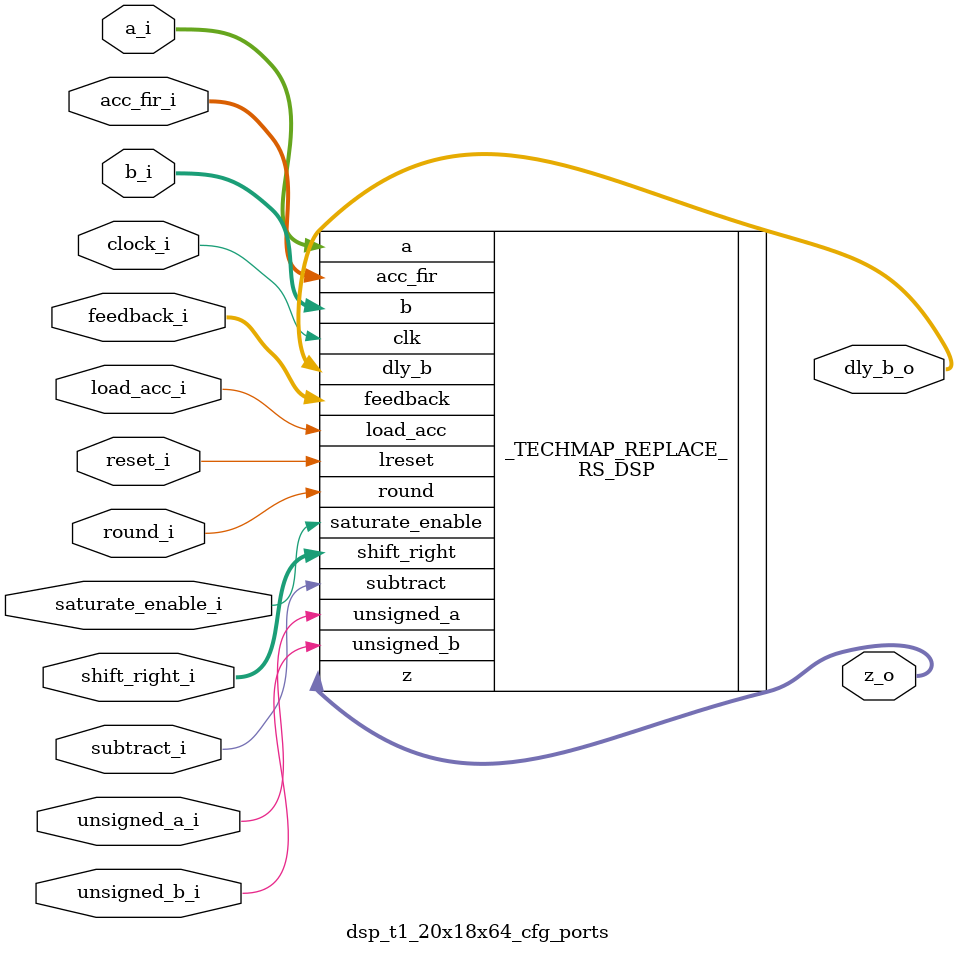
<source format=v>

module dsp_t1_20x18x64_cfg_ports (
    input  [19:0] a_i,
    input  [17:0] b_i,
    input  [ 5:0] acc_fir_i,
    output [37:0] z_o,
    output [17:0] dly_b_o,

    input         clock_i,
    input         reset_i,

    input  [2:0]  feedback_i,
    input         load_acc_i,
    input         unsigned_a_i,
    input         unsigned_b_i,

    input         saturate_enable_i,
    input  [5:0]  shift_right_i,
    input         round_i,
    input         subtract_i
);

    parameter [19:0] COEFF_0 = 20'd0;
    parameter [19:0] COEFF_1 = 20'd0;
    parameter [19:0] COEFF_2 = 20'd0;
    parameter [19:0] COEFF_3 = 20'd0;
    parameter [2:0] OUTPUT_SELECT = 3'b000;
    parameter REGISTER_INPUTS = 1'b0;

    RS_DSP # (
        .MODE_BITS          ({REGISTER_INPUTS,
                              OUTPUT_SELECT,
                              COEFF_3,
                              COEFF_2,
                              COEFF_1,
                              COEFF_0})
    ) _TECHMAP_REPLACE_ (
        .a                  (a_i),
        .b                  (b_i),
        .acc_fir            (acc_fir_i),
        .z                  (z_o),
        .dly_b              (dly_b_o),

        .clk                (clock_i),
        .lreset             (reset_i),

        .feedback           (feedback_i),
        .load_acc           (load_acc_i),
        .unsigned_a         (unsigned_a_i),
        .unsigned_b         (unsigned_b_i),

        .saturate_enable    (saturate_enable_i),
        .shift_right        (shift_right_i),
        .round              (round_i),
        .subtract           (subtract_i)
    );

endmodule

</source>
